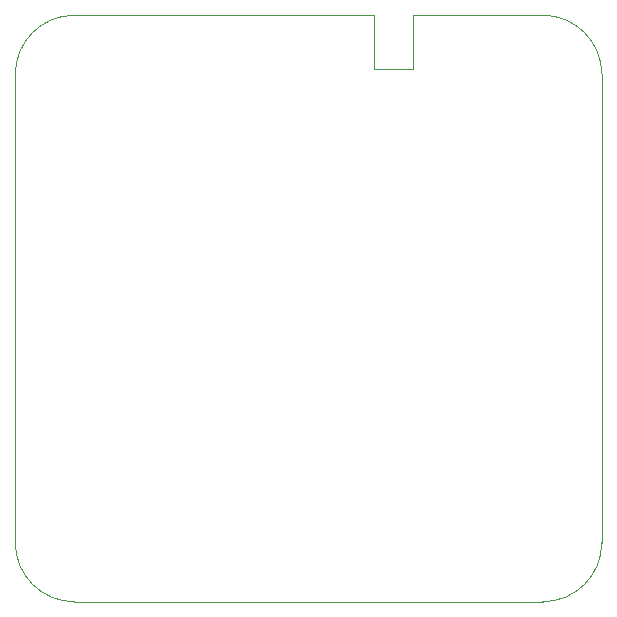
<source format=gm1>
G04 #@! TF.GenerationSoftware,KiCad,Pcbnew,(7.0.0)*
G04 #@! TF.CreationDate,2023-09-29T14:02:52-04:00*
G04 #@! TF.ProjectId,_HW_HotPlate,5f48575f-486f-4745-906c-6174652e6b69,rev?*
G04 #@! TF.SameCoordinates,Original*
G04 #@! TF.FileFunction,Profile,NP*
%FSLAX46Y46*%
G04 Gerber Fmt 4.6, Leading zero omitted, Abs format (unit mm)*
G04 Created by KiCad (PCBNEW (7.0.0)) date 2023-09-29 14:02:52*
%MOMM*%
%LPD*%
G01*
G04 APERTURE LIST*
G04 #@! TA.AperFunction,Profile*
%ADD10C,0.100000*%
G04 #@! TD*
G04 APERTURE END LIST*
D10*
X160100000Y-176657000D02*
G75*
G03*
X165100000Y-171657000I0J5000000D01*
G01*
X160100000Y-176657000D02*
X120443000Y-176657000D01*
X145846800Y-127000000D02*
X120443000Y-127000000D01*
X149098000Y-131546600D02*
X145846800Y-131546600D01*
X120443000Y-127000000D02*
G75*
G03*
X115443000Y-132000000I0J-5000000D01*
G01*
X115443000Y-171657000D02*
X115443000Y-132000000D01*
X160100000Y-127000000D02*
X149098000Y-127000000D01*
X165100000Y-132000000D02*
X165100000Y-171657000D01*
X115443000Y-171657000D02*
G75*
G03*
X120443000Y-176657000I5000000J0D01*
G01*
X145846800Y-131546600D02*
X145846800Y-127000000D01*
X165100000Y-132000000D02*
G75*
G03*
X160100000Y-127000000I-5000000J0D01*
G01*
X149098000Y-127000000D02*
X149098000Y-131533900D01*
M02*

</source>
